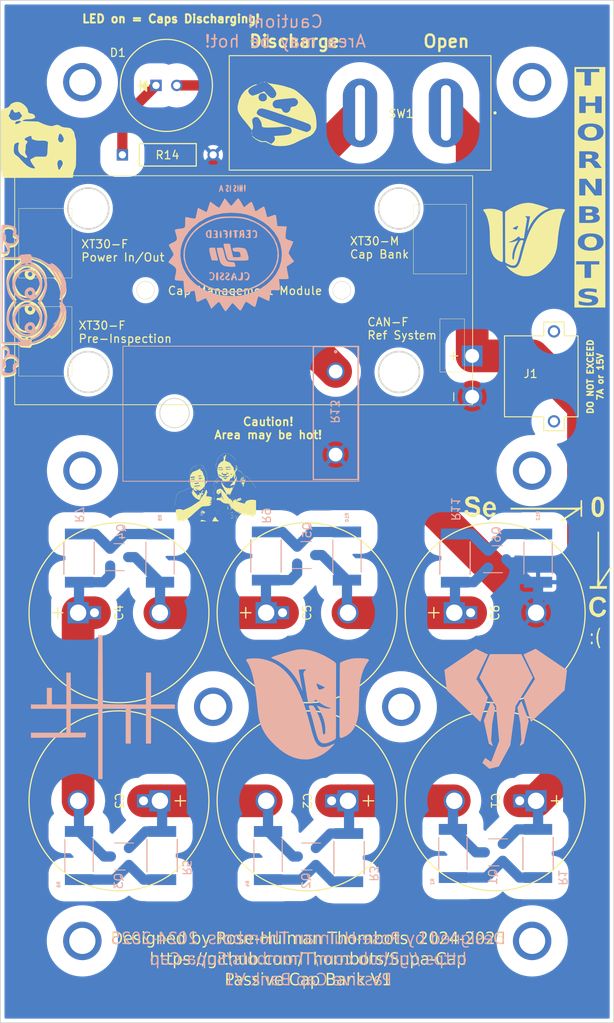
<source format=kicad_pcb>
(kicad_pcb (version 20240108) (generator "pcbnew") (generator_version "8.0")
  (title_block (title "Supercapacitor Bank v1") (rev "1.0") (company "Rose-Hulman Institute of Technology") (comment 1 "1/26/2025 Initial Release"))
  (layers (0 "F.Cu" signal) (31 "B.Cu" signal) (34 "B.Paste" user) (35 "F.Paste" user) (36 "B.SilkS" user "B.Silkscreen") (37 "F.SilkS" user "F.Silkscreen") (38 "B.Mask" user) (39 "F.Mask" user) (44 "Edge.Cuts" user))
  (net 0 "")
  (net 1 "V_15")
  (net 2 "Net-(C1--)")
  (net 3 "Net-(C2--)")
  (net 4 "Net-(C3--)")
  (net 5 "Net-(C4--)")
  (net 6 "Net-(C5--)")
  (net 7 "GND")
  (net 8 "Net-(D1-K)")
  (net 9 "Net-(D1-A)")
  (net 10 "Net-(Q1-B)")
  (net 11 "Net-(Q2-B)")
  (net 12 "Net-(Q3-B)")
  (net 13 "Net-(Q4-B)")
  (net 14 "Net-(Q5-B)")
  (net 15 "Net-(Q6-B)")
  (footprint "PassiveBankV1:MountingHole_3.2mm_M3" (layer "F.Cu") (at 60 60)
    (property "Reference" "REF**" (hide yes))
    (property "Value" "MountingHole_3.2mm_M3" (hide yes))
    (pad "" np_thru_hole circle (at 0.02 0) (size 4.7 4.7) (drill 3.2) (layers "F&B.Cu" "*.Mask") (clearance 2))
  )
  (footprint "PassiveBankV1:MountingHole_3.2mm_M3" (layer "F.Cu") (at 115 60)
    (property "Reference" "REF**" (hide yes))
    (property "Value" "MountingHole_3.2mm_M3" (hide yes))
    (pad "" np_thru_hole circle (at 0.02 0) (size 4.7 4.7) (drill 3.2) (layers "F&B.Cu" "*.Mask") (clearance 2))
  )
  (footprint "PassiveBankV1:100F Kyocera Cap" (layer "F.Cu") (at 110.5 147.872041 180)
    (property "Reference" "C1" (at 0 0 -90) (layer "F.SilkS"))
    (property "Value" "100F")
    (pad "1" thru_hole rect (at -5 0 180) (size 2.6002 2.6002) (drill 2) (layers "*.Cu" "*.Mask") (net 1 "V_15"))
    (pad "1" thru_hole rect (at -3 0 180) (size 1.6002 1.6002) (drill 1.0922) (layers "*.Cu" "*.Mask") (net 1 "V_15"))
    (pad "2" thru_hole circle (at 5 0 180) (size 2.6002 2.6002) (drill 2) (layers "*.Cu" "*.Mask") (net 2 "Net-(C1--)"))
  )
  (footprint "PassiveBankV1:680 Resistor" (layer "F.Cu") (at 70.358 68.834)
    (property "Reference" "R14" (at 0.0668 0.0775 0) (layer "F.SilkS"))
    (property "Value" "680")
    (pad "1" thru_hole rect (at -5.44437 0.0475) (size 1.397 1.397) (drill 0.889) (layers "*.Cu" "*.Mask") (net 8 "Net-(D1-K)"))
    (pad "2" thru_hole circle (at 5.65797 0.0475) (size 1.397 1.397) (drill 0.889) (layers "*.Cu" "*.Mask") (net 7 "GND"))
  )
  (footprint "PassiveBankV1:100F Kyocera Cap" (layer "F.Cu") (at 87.5 124.872041)
    (property "Reference" "C5" (at 0 0 90) (layer "F.SilkS"))
    (property "Value" "100F")
    (pad "1" thru_hole rect (at -5 0) (size 2.6002 2.6002) (drill 2) (layers "*.Cu" "*.Mask") (net 5 "Net-(C4--)"))
    (pad "1" thru_hole rect (at -3 0) (size 1.6002 1.6002) (drill 1.0922) (layers "*.Cu" "*.Mask") (net 5 "Net-(C4--)"))
    (pad "2" thru_hole circle (at 5 0) (size 2.6002 2.6002) (drill 2) (layers "*.Cu" "*.Mask") (net 6 "Net-(C5--)"))
  )
  (footprint "PassiveBankV1:100F Kyocera Cap" (layer "F.Cu") (at 64.5 147.872041 180)
    (property "Reference" "C3" (at 0 0 -90) (layer "F.SilkS"))
    (property "Value" "100F")
    (pad "1" thru_hole rect (at -5 0 180) (size 2.6002 2.6002) (drill 2) (layers "*.Cu" "*.Mask") (net 3 "Net-(C2--)"))
    (pad "1" thru_hole rect (at -3 0 180) (size 1.6002 1.6002) (drill 1.0922) (layers "*.Cu" "*.Mask") (net 3 "Net-(C2--)"))
    (pad "2" thru_hole circle (at 5 0 180) (size 2.6002 2.6002) (drill 2) (layers "*.Cu" "*.Mask") (net 4 "Net-(C3--)"))
  )
  (footprint "PassiveBankV1:10mm LED" (layer "F.Cu") (at 70.358 60.452)
    (property "Reference" "D1" (at -6.001012 -4.061012 0) (layer "F.SilkS"))
    (property "Value" "10mm_LED")
    (pad "1" thru_hole rect (at -1.331012 -0.061012) (size 1.397 1.397) (drill 0.889) (layers "*.Cu" "*.Mask") (net 8 "Net-(D1-K)"))
    (pad "2" thru_hole circle (at 1.208988 -0.061012) (size 1.397 1.397) (drill 0.889) (layers "*.Cu" "*.Mask") (net 9 "Net-(D1-A)"))
  )
  (footprint "PassiveBankV1:100F Kyocera Cap" (layer "F.Cu") (at 87.5 147.872041 180)
    (property "Reference" "C2" (at 0 0 -90) (layer "F.SilkS"))
    (property "Value" "100F")
    (pad "1" thru_hole rect (at -5 0 180) (size 2.6002 2.6002) (drill 2) (layers "*.Cu" "*.Mask") (net 2 "Net-(C1--)"))
    (pad "1" thru_hole rect (at -3 0 180) (size 1.6002 1.6002) (drill 1.0922) (layers "*.Cu" "*.Mask") (net 2 "Net-(C1--)"))
    (pad "2" thru_hole circle (at 5 0 180) (size 2.6002 2.6002) (drill 2) (layers "*.Cu" "*.Mask") (net 3 "Net-(C2--)"))
  )
  (footprint "PassiveBankV1:100F Kyocera Cap" (layer "F.Cu") (at 64.5 124.872041)
    (property "Reference" "C4" (at 0 0 90) (layer "F.SilkS"))
    (property "Value" "100F")
    (pad "1" thru_hole rect (at -5 0) (size 2.6002 2.6002) (drill 2) (layers "*.Cu" "*.Mask") (net 4 "Net-(C3--)"))
    (pad "1" thru_hole rect (at -3 0) (size 1.6002 1.6002) (drill 1.0922) (layers "*.Cu" "*.Mask") (net 4 "Net-(C3--)"))
    (pad "2" thru_hole circle (at 5 0) (size 2.6002 2.6002) (drill 2) (layers "*.Cu" "*.Mask") (net 5 "Net-(C4--)"))
  )
  (footprint "LOGO" (layer "F.Cu") (at 76.26 108.85626)
    (property "Reference" "G***" (hide yes))
    (property "Value" "LOGO" (hide yes))
  )
  (footprint "PassiveBankV1:MountingHole_3.2mm_M3" (layer "F.Cu") (at 115 165)
    (property "Reference" "REF**" (hide yes))
    (property "Value" "MountingHole_3.2mm_M3" (hide yes))
    (pad "" np_thru_hole circle (at 0.02 0) (size 4.7 4.7) (drill 3.2) (layers "F&B.Cu" "*.Mask") (clearance 2))
  )
  (footprint "PassiveBankV1:MountingHole_3.2mm_M3" (layer "F.Cu") (at 76 136.372041)
    (property "Reference" "REF**" (hide yes))
    (property "Value" "MountingHole_3.2mm_M3" (hide yes))
    (pad "" np_thru_hole circle (at 0.02 0) (size 4.7 4.7) (drill 3.2) (layers "F&B.Cu" "*.Mask") (clearance 2))
  )
  (footprint "PassiveBankV1:SW_RB141C1100" (layer "F.Cu") (at 93.98 63.754)
    (property "Reference" "SW1" (at 5.0136 0.1016 0) (layer "F.SilkS"))
    (property "Value" "SW_Push_Open")
    (pad "1" thru_hole oval (at 10.5 0) (size 4.2 8.4) (drill oval 1.2 6.8) (layers "*.Cu" "*.Mask") (net 1 "V_15"))
    (pad "2" thru_hole oval (at 0 0) (size 4.2 8.4) (drill oval 1.2 6.8) (layers "*.Cu" "*.Mask") (net 9 "Net-(D1-A)"))
  )
  (footprint "PassiveBankV1:100F Kyocera Cap" (layer "F.Cu") (at 110.5 124.872041)
    (property "Reference" "C6" (at 0 0 90) (layer "F.SilkS"))
    (property "Value" "100F")
    (pad "1" thru_hole rect (at -5 0) (size 2.6002 2.6002) (drill 2) (layers "*.Cu" "*.Mask") (net 6 "Net-(C5--)"))
    (pad "1" thru_hole rect (at -3 0) (size 1.6002 1.6002) (drill 1.0922) (layers "*.Cu" "*.Mask") (net 6 "Net-(C5--)"))
    (pad "2" thru_hole circle (at 5 0) (size 2.6002 2.6002) (drill 2) (layers "*.Cu" "*.Mask") (net 7 "GND"))
  )
  (footprint "PassiveBankV1:XT30PW-M" (layer "F.Cu") (at 117.69 95.97 -90)
    (property "Reference" "J1" (at -0.3124 2.8566 0) (layer "F.SilkS"))
    (property "Value" "XT30-Male")
    (pad "N" thru_hole circle (at 2.5 10 270) (size 2.55 2.55) (drill 1.7) (layers "*.Cu" "*.Mask") (net 7 "GND"))
    (pad "P" thru_hole rect (at -2.5 10 270) (size 2.55 2.55) (drill 1.7) (layers "*.Cu" "*.Mask") (net 1 "V_15"))
    (pad "S1" thru_hole circle (at 5.5 0 270) (size 1.508 1.508) (drill 1) (layers "*.Cu" "*.Mask"))
    (pad "S2" thru_hole circle (at -5.5 0 270) (size 1.508 1.508) (drill 1) (layers "*.Cu" "*.Mask"))
  )
  (footprint "PassiveBankV1:MountingHole_3.2mm_M3" (layer "F.Cu") (at 115 107.5)
    (property "Reference" "REF**" (hide yes))
    (property "Value" "MountingHole_3.2mm_M3" (hide yes))
    (pad "" np_thru_hole circle (at 0.02 0) (size 4.7 4.7) (drill 3.2) (layers "F&B.Cu" "*.Mask") (clearance 2))
  )
  (footprint "PassiveBankV1:MountingHole_3.2mm_M3" (layer "F.Cu") (at 60.02 107.5)
    (property "Reference" "REF**" (hide yes))
    (property "Value" "MountingHole_3.2mm_M3" (hide yes))
    (pad "" np_thru_hole circle (at 0.02 0) (size 4.7 4.7) (drill 3.2) (layers "F&B.Cu" "*.Mask") (clearance 2))
  )
  (footprint "PassiveBankV1:10mm RM Logo" (layer "F.Cu") (at 114.046 79.248)
    (property "Reference" "G***" (hide yes))
    (property "Value" "LOGO" (hide yes))
  )
  (footprint "LOGO" (layer "F.Cu") (at 54.711781 66.700456 -90)
    (property "Reference" "G***" (hide yes))
    (property "Value" "LOGO" (hide yes))
  )
  (footprint "LOGO" (layer "F.Cu") (at 83.82 63.754)
    (property "Reference" "G***" (hide yes))
    (property "Value" "LOGO" (hide yes))
  )
  (footprint "PassiveBankV1:MountingHole_3.2mm_M3" (layer "F.Cu") (at 60 165)
    (property "Reference" "REF**" (hide yes))
    (property "Value" "MountingHole_3.2mm_M3" (hide yes))
    (pad "" np_thru_hole circle (at 0.02 0) (size 4.7 4.7) (drill 3.2) (layers "F&B.Cu" "*.Mask") (clearance 2))
  )
  (footprint "LOGO" (layer "F.Cu") (at 116.078 119.634)
    (property "Reference" "G***" (hide yes))
    (property "Value" "LOGO" (hide yes))
  )
  (footprint "PassiveBankV1:MountingHole_3.2mm_M3" (layer "F.Cu") (at 99 136.372041)
    (property "Reference" "REF**" (hide yes))
    (property "Value" "MountingHole_3.2mm_M3" (hide yes))
    (pad "" np_thru_hole circle (at 0.02 0) (size 4.7 4.7) (drill 3.2) (layers "F&B.Cu" "*.Mask") (clearance 2))
  )
  (footprint "LOGO" (layer "F.Cu") (at 53.360779 86.756868 -90)
    (property "Reference" "G***" (hide yes))
    (property "Value" "LOGO" (hide yes))
  )
  (footprint "PassiveBankV1:NPN BJT" (layer "B.Cu") (at 64.4606 154.680241 180)
    (property "Reference" "Q3" (at 0 -3 90) (layer "B.SilkS") (effects (justify mirror)))
    (property "Value" "BC817-40" (hide yes))
    (pad "1" smd roundrect (at -1.25 1.03 180) (size 1 0.6) (layers "B.Cu" "B.Paste" "B.Mask") (net 3 "Net-(C2--)"))
    (pad "2" smd roundrect (at -1.25 -1.03 180) (size 1 0.6) (layers "B.Cu" "B.Paste" "B.Mask") (net 12 "Net-(Q3-B)"))
    (pad "3" smd roundrect (at 0.95 0 180) (size 1 0.6) (layers "B.Cu" "B.Paste" "B.Mask") (net 4 "Net-(C3--)"))
  )
  (footprint "PassiveBankV1:NPN BJT" (layer "B.Cu") (at 87.5346 117.822241)
    (property "Reference" "Q5" (at -0.0152 -3.048 90) (layer "B.SilkS") (effects (justify mirror)))
    (property "Value" "BC817-40" (hide yes))
    (pad "1" smd roundrect (at -1.25 1.03) (size 1 0.6) (layers "B.Cu" "B.Paste" "B.Mask") (net 5 "Net-(C4--)"))
    (pad "2" smd roundrect (at -1.25 -1.03) (size 1 0.6) (layers "B.Cu" "B.Paste" "B.Mask") (net 14 "Net-(Q5-B)"))
    (pad "3" smd roundrect (at 0.95 0) (size 1 0.6) (layers "B.Cu" "B.Paste" "B.Mask") (net 6 "Net-(C5--)"))
  )
  (footprint "PassiveBankV1:20kResistor" (layer "B.Cu") (at 82.4746 117.937841 90)
    (property "Reference" "R9" (at 4.9276 0 -90) (layer "B.SilkS") (effects (justify mirror)))
    (property "Value" "20k")
    (pad "1" smd rect (at -2.9464 0 90) (size 1.3208 3.4544) (layers "B.Cu" "B.Paste" "B.Mask") (net 5 "Net-(C4--)"))
    (pad "2" smd rect (at 2.9464 0 90) (size 1.3208 3.4544) (layers "B.Cu" "B.Paste" "B.Mask") (net 14 "Net-(Q5-B)"))
    (zone (net 0) (net_name "") (layer "B.Cu") (connect_pads (clearance 0)) (min_thickness 0.254)
      (keepout (tracks not_allowed) (vias not_allowed) (pads allowed) (copperpour not_allowed) (footprints allowed))
      (fill (thermal_gap 0.508) (thermal_bridge_width 0.508))
      (polygon (pts (xy 84.151 120.173041) (xy 84.151 115.702641) (xy 80.7982 115.702641) (xy 80.7982 120.173041)))
    )
  )
  (footprint "LOGO" (layer "B.Cu") (at 87.56 136.09 180)
    (property "Reference" "G***" (hide yes))
    (property "Value" "LOGO" (hide yes))
  )
  (footprint "PassiveBankV1:20kResistor" (layer "B.Cu") (at 69.7746 154.564641 -90)
    (property "Reference" "R5" (at 1.47 -3 -90) (layer "B.SilkS") (effects (justify mirror)))
    (property "Value" "20k")
    (pad "1" smd rect (at -2.9464 0 270) (size 1.3208 3.4544) (layers "B.Cu" "B.Paste" "B.Mask") (net 3 "Net-(C2--)"))
    (pad "2" smd rect (at 2.9464 0 270) (size 1.3208 3.4544) (layers "B.Cu" "B.Paste" "B.Mask") (net 12 "Net-(Q3-B)"))
    (zone (net 0) (net_name "") (layer "B.Cu") (connect_pads (clearance 0)) (min_thickness 0.254)
      (keepout (tracks not_allowed) (vias not_allowed) (pads allowed) (copperpour not_allowed) (footprints allowed))
      (fill (thermal_gap 0.508) (thermal_bridge_width 0.508))
      (polygon (pts (xy 68.0982 152.329441) (xy 68.0982 156.799841) (xy 71.451 156.799841) (xy 71.451 152.329441)))
    )
  )
  (footprint "LOGO" (layer "B.Cu") (at 62.23 136.398 180)
    (property "Reference" "G***" (hide yes))
    (property "Value" "LOGO" (hide yes))
  )
  (footprint "LOGO" (layer "B.Cu") (at 77.957742 80.731122 180)
    (property "Reference" "G***" (hide yes))
    (property "Value" "LOGO" (hide yes))
  )
  (footprint "PassiveBankV1:20kResistor" (layer "B.Cu") (at 115.7486 154.310641 -90)
    (property "Reference" "R1" (at 2.9464 -3 -90) (layer "B.SilkS") (effects (justify mirror)))
    (property "Value" "20k")
    (pad "1" smd rect (at -2.9464 0 270) (size 1.3208 3.4544) (layers "B.Cu" "B.Paste" "B.Mask") (net 1 "V_15"))
    (pad "2" smd rect (at 2.9464 0 270) (size 1.3208 3.4544) (layers "B.Cu" "B.Paste" "B.Mask") (net 10 "Net-(Q1-B)"))
    (zone (net 0) (net_name "") (layer "B.Cu") (connect_pads (clearance 0)) (min_thickness 0.254)
      (keepout (tracks not_allowed) (vias not_allowed) (pads allowed) (copperpour not_allowed) (footprints allowed))
      (fill (thermal_gap 0.508) (thermal_bridge_width 0.508))
      (polygon (pts (xy 114.0722 152.075441) (xy 114.0722 156.545841) (xy 117.425 156.545841) (xy 117.425 152.075441)))
    )
  )
  (footprint "PassiveBankV1:20kResistor" (layer "B.Cu") (at 105.5886 118.191841 90)
    (property "Reference" "R11" (at 5.9992 0.0508 -90) (layer "B.SilkS") (effects (justify mirror)))
    (property "Value" "20k")
    (pad "1" smd rect (at -2.9464 0 90) (size 1.3208 3.4544) (layers "B.Cu" "B.Paste" "B.Mask") (net 6 "Net-(C5--)"))
    (pad "2" smd rect (at 2.9464 0 90) (size 1.3208 3.4544) (layers "B.Cu" "B.Paste" "B.Mask") (net 15 "Net-(Q6-B)"))
    (zone (net 0) (net_name "") (layer "B.Cu") (connect_pads (clearance 0)) (min_thickness 0.254)
      (keepout (tracks not_allowed) (vias not_allowed) (pads allowed) (copperpour not_allowed) (footprints allowed))
      (fill (thermal_gap 0.508) (thermal_bridge_width 0.508))
      (polygon (pts (xy 107.265 120.427041) (xy 107.265 115.956641) (xy 103.9122 115.956641) (xy 103.9122 120.427041)))
    )
  )
  (footprint "PassiveBankV1:787Resistor" (layer "B.Cu") (at 92.3806 117.940241 -90)
    (property "Reference" "R10" (at -4.722 0 90) (layer "B.SilkS") (effects (font (size 0.393701 0.393701)) (justify mirror)))
    (property "Value" "7.87k")
    (pad "1" smd rect (at -2.944 0 270) (size 1.33 3.46) (layers "B.Cu" "B.Paste" "B.Mask") (net 14 "Net-(Q5-B)"))
    (pad "2" smd rect (at 2.944 0 270) (size 1.33 3.46) (layers "B.Cu" "B.Paste" "B.Mask") (net 6 "Net-(C5--)"))
  )
  (footprint "PassiveBankV1:NPN BJT" (layer "B.Cu") (at 110.9026 118.330241)
    (property "Reference" "Q6" (at -0.25 -3.03 90) (layer "B.SilkS") (effects (justify mirror)))
    (property "Value" "BC817-40" (hide yes))
    (pad "1" smd roundrect (at -1.25 1.03) (size 1 0.6) (layers "B.Cu" "B.Paste" "B.Mask") (net 6 "Net-(C5--)"))
    (pad "2" smd roundrect (at -1.25 -1.03) (size 1 0.6) (layers "B.Cu" "B.Paste" "B.Mask") (net 15 "Net-(Q6-B)"))
    (pad "3" smd roundrect (at 0.95 0) (size 1 0.6) (layers "B.Cu" "B.Paste" "B.Mask") (net 7 "GND"))
  )
  (footprint "PassiveBankV1:NPN BJT" (layer "B.Cu") (at 64.6746 118.076241)
    (property "Reference" "Q4" (at 0.0864 -3.1036 90) (layer "B.SilkS") (effects (justify mirror)))
    (property "Value" "BC817-40" (hide yes))
    (pad "1" smd roundrect (at -1.25 1.03) (size 1 0.6) (layers "B.Cu" "B.Paste" "B.Mask") (net 4 "Net-(C3--)"))
    (pad "2" smd roundrect (at -1.25 -1.03) (size 1 0.6) (layers "B.Cu" "B.Paste" "B.Mask") (net 13 "Net-(Q4-B)"))
    (pad "3" smd roundrect (at 0.95 0) (size 1 0.6) (layers "B.Cu" "B.Paste" "B.Mask") (net 5 "Net-(C4--)"))
  )
  (footprint "PassiveBankV1:NPN BJT" (layer "B.Cu") (at 87.3206 154.680241 180)
    (property "Reference" "Q2" (at -0.057199 -2.97 90) (layer "B.SilkS") (effects (justify mirror)))
    (property "Value" "BC817-40" (hide yes))
    (pad "1" smd roundrect (at -1.25 1.03 180) (size 1 0.6) (layers "B.Cu" "B.Paste" "B.Mask") (net 2 "Net-(C1--)"))
    (pad "2" smd roundrect (at -1.25 -1.03 180) (size 1 0.6) (layers "B.Cu" "B.Paste" "B.Mask") (net 11 "Net-(Q2-B)"))
    (pad "3" smd roundrect (at 0.95 0 180) (size 1 0.6) (layers "B.Cu" "B.Paste" "B.Mask") (net 3 "Net-(C2--)"))
  )
  (footprint "LOGO" (layer "B.Cu") (at 53.360779 86.756868 90)
    (property "Reference" "G***" (hide yes))
    (property "Value" "LOGO" (hide yes))
  )
  (footprint "PassiveBankV1:20kResistor" (layer "B.Cu") (at 92.6346 154.818641 -90)
    (property "Reference" "R3" (at 1.9464 -3 -90) (layer "B.SilkS") (effects (justify mirror)))
    (property "Value" "20k")
    (pad "1" smd rect (at -2.9464 0 270) (size 1.3208 3.4544) (layers "B.Cu" "B.Paste" "B.Mask") (net 2 "Net-(C1--)"))
    (pad "2" smd rect (at 2.9464 0 270) (size 1.3208 3.4544) (layers "B.Cu" "B.Paste" "B.Mask") (net 11 "Net-(Q2-B)"))
    (zone (net 0) (net_name "") (layer "B.Cu") (connect_pads (clearance 0)) (min_thickness 0.254)
      (keepout (tracks not_allowed) (vias not_allowed) (pads allowed) (copperpour not_allowed) (footprints allowed))
      (fill (thermal_gap 0.508) (thermal_bridge_width 0.508))
      (polygon (pts (xy 90.9582 152.583441) (xy 90.9582 157.053841) (xy 94.311 157.053841) (xy 94.311 152.583441)))
    )
  )
  (footprint "PassiveBankV1:787Resistor" (layer "B.Cu") (at 69.5206 118.194241 -90)
    (property "Reference" "R8" (at -4.93 0 90) (layer "B.SilkS") (effects (font (size 0.393701 0.393701)) (justify mirror)))
    (property "Value" "7.87k")
    (pad "1" smd rect (at -2.944 0 270) (size 1.33 3.46) (layers "B.Cu" "B.Paste" "B.Mask") (net 13 "Net-(Q4-B)"))
    (pad "2" smd rect (at 2.944 0 270) (size 1.33 3.46) (layers "B.Cu" "B.Paste" "B.Mask") (net 5 "Net-(C4--)"))
  )
  (footprint "PassiveBankV1:100Watt2" (layer "B.Cu") (at 90.992 100.456 -90)
    (property "Reference" "R13" (at -0.17 0.12 -90) (layer "B.SilkS") (effects (justify mirror)))
    (property "Value" "2 : 100Watt" (hide yes))
    (pad "1" thru_hole circle (at -5.081 0 270) (size 2.1844 2.1844) (drill 1.6764) (layers "*.Cu" "*.Mask") (net 9 "Net-(D1-A)"))
    (pad "3" thru_hole circle (at 5.079 0 270) (size 2.1844 2.1844) (drill 1.6764) (layers "*.Cu" "*.Mask") (net 7 "GND"))
  )
  (footprint "PassiveBankV1:787Resistor" (layer "B.Cu") (at 115.7486 118.194241 -90)
    (property "Reference" "R12" (at -5.184 0 90) (layer "B.SilkS") (effects (font (size 0.393701 0.393701)) (justify mirror)))
    (property "Value" "7.87k")
    (pad "1" smd rect (at -2.944 0 270) (size 1.33 3.46) (layers "B.Cu" "B.Paste" "B.Mask") (net 15 "Net-(Q6-B)"))
    (pad "2" smd rect (at 2.944 0 270) (size 1.33 3.46) (layers "B.Cu" "B.Paste" "B.Mask") (net 7 "GND"))
  )
  (footprint "PassiveBankV1:20kResistor" (layer "B.Cu") (at 59.6146 118.191841 90)
    (property "Reference" "R7" (at 5.288 0 -90) (layer "B.SilkS") (effects (justify mirror)))
    (property "Value" "20k")
    (pad "1" smd rect (at -2.9464 0 90) (size 1.3208 3.4544) (layers "B.Cu" "B.Paste" "B.Mask") (net 4 "Net-(C3--)"))
    (pad "2" smd rect (at 2.9464 0 90) (size 1.3208 3.4544) (layers "B.Cu" "B.Paste" "B.Mask") (net 13 "Net-(Q4-B)"))
    (zone (net 0) (net_name "") (layer "B.Cu") (connect_pads (clearance 0)) (min_thickness 0.254)
      (keepout (tracks not_allowed) (vias not_allowed) (pads allowed) (copperpour not_allowed) (footprints allowed))
      (fill (thermal_gap 0.508) (thermal_bridge_width 0.508))
      (polygon (pts (xy 61.291 120.427041) (xy 61.291 115.956641) (xy 57.9382 115.956641) (xy 57.9382 120.427041)))
    )
  )
  (footprint "LOGO" (layer "B.Cu") (at 111.79 136.62 180)
    (property "Reference" "G***" (hide yes))
    (property "Value" "LOGO" (hide yes))
  )
  (footprint "PassiveBankV1:787Resistor" (layer "B.Cu") (at 105.3346 154.308241 90)
    (property "Reference" "R2" (at -3.444 -2.500001 90) (layer "B.SilkS") (effects (font (size 0.393701 0.393701)) (justify mirror)))
    (property "Value" "7.87k")
    (pad "1" smd rect (at -2.944 0 90) (size 1.33 3.46) (layers "B.Cu" "B.Paste" "B.Mask") (net 10 "Net-(Q1-B)"))
    (pad "2" smd rect (at 2.944 0 90) (size 1.33 3.46) (layers "B.Cu" "B.Paste" "B.Mask") (net 2 "Net-(C1--)"))
  )
  (footprint "PassiveBankV1:787Resistor" (layer "B.Cu") (at 59.6146 154.562241 90)
    (property "Reference" "R6" (at -3.556 -2.500001 90) (layer "B.SilkS") (effects (font (size 0.393701 0.393701)) (justify mirror)))
    (property "Value" "7.87k")
    (pad "1" smd rect (at -2.944 0 90) (size 1.33 3.46) (layers "B.Cu" "B.Paste" "B.Mask") (net 12 "Net-(Q3-B)"))
    (pad "2" smd rect (at 2.944 0 90) (size 1.33 3.46) (layers "B.Cu" "B.Paste" "B.Mask") (net 4 "Net-(C3--)"))
  )
  (footprint "PassiveBankV1:787Resistor" (layer "B.Cu") (at 82.7286 154.562241 90)
    (property "Reference" "R4" (at -3.444 -2.5 90) (layer "B.SilkS") (effects (font (size 0.393701 0.393701)) (justify mirror)))
    (property "Value" "7.87k")
    (pad "1" smd rect (at -2.944 0 90) (size 1.33 3.46) (layers "B.Cu" "B.Paste" "B.Mask") (net 11 "Net-(Q2-B)"))
    (pad "2" smd rect (at 2.944 0 90) (size 1.33 3.46) (layers "B.Cu" "B.Paste" "B.Mask") (net 3 "Net-(C2--)"))
  )
  (footprint "PassiveBankV1:NPN BJT" (layer "B.Cu") (at 110.1806 154.172241 180)
    (property "Reference" "Q1" (at -0.049999 -3 90) (layer "B.SilkS") (effects (justify mirror)))
    (property "Value" "BC817-40" (hide yes))
    (pad "1" smd roundrect (at -1.25 1.03 180) (size 1 0.6) (layers "B.Cu" "B.Paste" "B.Mask") (net 1 "V_15"))
    (pad "2" smd roundrect (at -1.25 -1.03 180) (size 1 0.6) (layers "B.Cu" "B.Paste" "B.Mask") (net 10 "Net-(Q1-B)"))
    (pad "3" smd roundrect (at 0.95 0 180) (size 1 0.6) (layers "B.Cu" "B.Paste" "B.Mask") (net 2 "Net-(C1--)"))
  )
  (gr_rect (start 64.9796 92.286) (end 93.826 108.796) (stroke (width 0.1)) (fill none) (layer "B.SilkS"))
  (gr_rect (start 52.246 87.438) (end 58.746 95.938) (stroke (width 0.05)) (fill none) (layer "F.SilkS"))
  (gr_rect (start 51.746 71.438) (end 107.746 99.438) (stroke (width 0.1)) (fill none) (layer "F.SilkS"))
  (gr_rect (start 52.246 75.438) (end 58.746 83.938) (stroke (width 0.05)) (fill none) (layer "F.SilkS"))
  (gr_rect (start 100.496 74.938) (end 106.996 83.438) (stroke (width 0.05)) (fill none) (layer "F.SilkS"))
  (gr_rect (start 103.746 88.938) (end 106.746 95.438) (stroke (width 0.05)) (fill none) (layer "F.SilkS"))
  (gr_circle (center 60.746 95.438) (end 63.246 95.438) (stroke (width 0.2)) (fill none) (layer "Edge.Cuts"))
  (gr_circle (center 71.292 100.456) (end 71.292 102.256) (stroke (width 0.1)) (fill none) (layer "Edge.Cuts"))
  (gr_circle (center 98.746 75.438) (end 101.246 75.438) (stroke (width 0.2)) (fill none) (layer "Edge.Cuts"))
  (gr_rect (start 50 50) (end 125 175) (stroke (width 0.1)) (fill none) (layer "Edge.Cuts"))
  (gr_circle (center 91.746 85.438) (end 92.846 85.438) (stroke (width 0.05)) (fill none) (layer "Edge.Cuts"))
  (gr_circle (center 67.746 85.438) (end 68.846 85.438) (stroke (width 0.05)) (fill none) (layer "Edge.Cuts"))
  (gr_circle (center 98.746 95.438) (end 101.246 95.438) (stroke (width 0.2)) (fill none) (layer "Edge.Cuts"))
  (gr_circle (center 60.746 75.438) (end 63.246 75.438) (stroke (width 0.2)) (fill none) (layer "Edge.Cuts"))
  (gr_text "Caution!\nArea may be hot!" (at 84.836 55.88 0) (layer "B.SilkS") (effects (font (size 1.5 1.5) (thickness 0.2) (bold yes)) (justify bottom mirror)))
  (gr_text "Designed by Rose-Hulman Thornbots, 2024-2025\nhttps://github.com/Thornbots/Supa-Cap\nPassive Cap Bank V1" (at 87.63 170.688 0) (layer "B.SilkS") (effects (font (size 1.5 1.4) (thickness 0.1)) (justify bottom mirror)))
  (gr_text "CAN-F\nRef System" (at 94.78 91.53 0) (layer "F.SilkS") (effects (font (size 1 1)) (justify left bottom)))
  (gr_text "XT30-M\nCap Bank" (at 92.66 81.63 0) (layer "F.SilkS") (effects (font (size 1 1)) (justify left bottom)))
  (gr_text "XT30-F\nPower In/Out" (at 59.8 82 0) (layer "F.SilkS") (effects (font (size 1 1)) (justify left bottom)))
  (gr_text "T\nH\nO\nR\nN\nB\nO\nT\nS" (at 120.396 87.63 0) (layer "F.SilkS" knockout) (effects (font (size 2 3) (thickness 0.3) (bold yes)) (justify left bottom)))
  (gr_text "Cap Management Module" (at 70.386 86.088 0) (layer "F.SilkS") (effects (font (size 1 1)) (justify left bottom)))
  (gr_text "LED on = Caps Discharging!" (at 70.866 52.832 0) (layer "F.SilkS") (effects (font (size 1 1) (thickness 0.25) (bold yes)) (justify bottom)))
  (gr_text "XT30-F\nPre-Inspection" (at 59.47 91.95 0) (layer "F.SilkS") (effects (font (size 1 1)) (justify left bottom)))
  (gr_text "Discharge         Open" (at 80.264 55.88 0) (layer "F.SilkS") (effects (font (size 1.5 1.5) (thickness 0.3) (bold yes)) (justify left bottom)))
  (gr_text "Designed by Rose-Hulman Thornbots, 2024-2025\nhttps://github.com/Thornbots/Supa-Cap\nPassive Cap Bank V1" (at 87.63 170.688 0) (layer "F.SilkS") (effects (font (size 1.5 1.4) (thickness 0.1)) (justify bottom)))
  (gr_text "Caution!\nArea may be hot!" (at 82.75 103.71 0) (layer "F.SilkS") (effects (font (size 1 1) (thickness 0.2) (bold yes)) (justify bottom)))
  (gr_text "DO NOT EXCEED\n7A or 15V" (at 123.786 96.009 90) (layer "F.SilkS") (effects (font (size 0.75 0.75) (thickness 0.1875) (bold yes)) (justify bottom)))
  (segment (start 121.3 99.69) (end 115.08 93.47) (width 4) (layer "F.Cu") (net 1))
  (segment (start 107.69 66.964) (end 104.48 63.754) (width 4) (layer "F.Cu") (net 1))
  (segment (start 121.3 142.072041) (end 121.3 99.69) (width 4) (layer "F.Cu") (net 1))
  (segment (start 115.5 147.872041) (end 121.3 142.072041) (width 4) (layer "F.Cu") (net 1))
  (segment (start 107.69 93.47) (end 107.69 66.964) (width 4) (layer "F.Cu") (net 1))
  (segment (start 113.5 147.872041) (end 115.5 147.872041) (width 4) (layer "F.Cu") (net 1))
  (segment (start 115.08 93.47) (end 107.69 93.47) (width 4) (layer "F.Cu") (net 1))
  (segment (start 113.2086 151.364241) (end 115.7486 151.364241) (width 1.25) (layer "B.Cu") (net 1))
  (segment (start 115.7486 151.364241) (end 115.7486 148.120641) (width 1.25) (layer "B.Cu") (net 1))
  (segment (start 111.4306 153.142241) (end 113.2086 151.364241) (width 1.25) (layer "B.Cu") (net 1))
  (segment (start 115.7486 148.120641) (end 115.5 147.872041) (width 1.25) (layer "B.Cu") (net 1))
  (segment (start 90.5 147.872041) (end 92.5 147.872041) (width 4) (layer "F.Cu") (net 2))
  (segment (start 92.5 147.872041) (end 105.5 147.872041) (width 4) (layer "F.Cu") (net 2))
  (segment (start 105.3346 148.037441) (end 105.5 147.872041) (width 1.25) (layer "B.Cu") (net 2))
  (segment (start 92.6346 148.006641) (end 92.5 147.872041) (width 1.25) (layer "B.Cu") (net 2))
  (segment (start 90.3486 151.872241) (end 92.6346 151.872241) (width 1.25) (layer "B.Cu") (net 2))
  (segment (start 105.3346 151.364241) (end 105.3346 148.037441) (width 1.25) (layer "B.Cu") (net 2))
  (segment (start 108.1426 154.172241) (end 105.3346 151.364241) (width 1.25) (layer "B.Cu") (net 2))
  (segment (start 109.2306 154.172241) (end 108.1426 154.172241) (width 1.25) (layer "B.Cu") (net 2))
  (segment (start 88.5706 153.650241) (end 90.3486 151.872241) (width 1.25) (layer "B.Cu") (net 2))
  (segment (start 92.6346 151.872241) (end 92.6346 148.006641) (width 1.25) (layer "B.Cu") (net 2))
  (segment (start 67.5 147.872041) (end 69.5 147.872041) (width 4) (layer "F.Cu") (net 3))
  (segment (start 69.5 147.872041) (end 82.5 147.872041) (width 4) (layer "F.Cu") (net 3))
  (segment (start 85.7906 154.680241) (end 82.7286 151.618241) (width 1.25) (layer "B.Cu") (net 3))
  (segment (start 69.7746 151.618241) (end 69.7746 148.146641) (width 1.25) (layer "B.Cu") (net 3))
  (segment (start 69.7746 148.146641) (end 69.5 147.872041) (width 1.25) (layer "B.Cu") (net 3))
  (segment (start 82.7286 148.100641) (end 82.5 147.872041) (width 1.25) (layer "B.Cu") (net 3))
  (segment (start 86.3706 154.680241) (end 85.7906 154.680241) (width 1.25) (layer "B.Cu") (net 3))
  (segment (start 69.7746 151.618241) (end 67.7426 151.618241) (width 1.25) (layer "B.Cu") (net 3))
  (segment (start 67.7426 151.618241) (end 65.7106 153.650241) (width 1.25) (layer "B.Cu") (net 3))
  (segment (start 82.7286 151.618241) (end 82.7286 148.100641) (width 1.25) (layer "B.Cu") (net 3))
  (segment (start 59.5 124.872041) (end 59.5 147.872041) (width 4) (layer "F.Cu") (net 4))
  (segment (start 61.5 124.872041) (end 59.5 124.872041) (width 4) (layer "F.Cu") (net 4))
  (segment (start 59.6146 121.138241) (end 59.6146 124.757441) (width 1.25) (layer "B.Cu") (net 4))
  (segment (start 63.5106 154.680241) (end 62.6766 154.680241) (width 1.25) (layer "B.Cu") (net 4))
  (segment (start 59.6146 121.138241) (end 62.5918 121.138241) (width 1.25) (layer "B.Cu") (net 4))
  (segment (start 62.5918 121.138241) (end 63.4246 120.305441) (width 1.25) (layer "B.Cu") (net 4))
  (segment (start 59.6146 124.757441) (end 59.5 124.872041) (width 1.25) (layer "B.Cu") (net 4))
  (segment (start 59.6146 147.986641) (end 59.5 147.872041) (width 1.25) (layer "B.Cu") (net 4))
  (segment (start 59.6146 151.618241) (end 59.6146 147.986641) (width 1.25) (layer "B.Cu") (net 4))
  (segment (start 63.4246 120.305441) (end 63.4246 119.106241) (width 1.25) (layer "B.Cu") (net 4))
  (segment (start 62.6766 154.680241) (end 59.6146 151.618241) (width 1.25) (layer "B.Cu") (net 4))
  (segment (start 82.5 124.872041) (end 69.5 124.872041) (width 4) (layer "F.Cu") (net 5))
  (segment (start 84.5 124.872041) (end 82.5 124.872041) (width 4) (layer "F.Cu") (net 5))
  (segment (start 85.4518 120.884241) (end 86.2846 120.051441) (width 1.25) (layer "B.Cu") (net 5))
  (segment (start 82.4746 120.884241) (end 85.4518 120.884241) (width 1.25) (layer "B.Cu") (net 5))
  (segment (start 65.6246 118.076241) (end 66.4586 118.076241) (width 1.25) (layer "B.Cu") (net 5))
  (segment (start 69.5206 124.851441) (end 69.5 124.872041) (width 1.25) (layer "B.Cu") (net 5))
  (segment (start 82.4746 120.884241) (end 82.4746 124.846641) (width 1.25) (layer "B.Cu") (net 5))
  (segment (start 69.5206 121.138241) (end 69.5206 124.851441) (width 1.25) (layer "B.Cu") (net 5))
  (segment (start 86.2846 120.051441) (end 86.2846 118.852241) (width 1.25) (layer "B.Cu") (net 5))
  (segment (start 82.4746 124.846641) (end 82.5 124.872041) (width 1.25) (layer "B.Cu") (net 5))
  (segment (start 66.4586 118.076241) (end 69.5206 121.138241) (width 1.25) (layer "B.Cu") (net 5))
  (segment (start 107.5 124.872041) (end 105.5 124.872041) (width 4) (layer "F.Cu") (net 6))
  (segment (start 105.5 124.872041) (end 92.5 124.872041) (width 4) (layer "F.Cu") (net 6))
  (segment (start 107.8746 121.138241) (end 109.6526 119.360241) (width 1.25) (layer "B.Cu") (net 6))
  (segment (start 92.3806 120.884241) (end 92.3806 124.752641) (width 1.25) (layer "B.Cu") (net 6))
  (segment (start 89.3186 117.822241) (end 92.3806 120.884241) (width 1.25) (layer "B.Cu") (net 6))
  (segment (start 105.5886 124.783441) (end 105.5 124.872041) (width 1.25) (layer "B.Cu") (net 6))
  (segment (start 88.4846 117.822241) (end 89.3186 117.822241) (width 1.25) (layer "B.Cu") (net 6))
  (segment (start 105.5886 121.138241) (end 105.5886 124.783441) (width 1.25) (layer "B.Cu") (net 6))
  (segment (start 105.5886 121.138241) (end 107.8746 121.138241) (width 1.25) (layer "B.Cu") (net 6))
  (segment (start 92.3806 124.752641) (end 92.5 124.872041) (width 1.25) (layer "B.Cu") (net 6))
  (segment (start 76.01597 90.55897) (end 76.01597 68.8815) (width 1.25) (layer "F.Cu") (net 7))
  (segment (start 107.69 98.47) (end 100.625 105.535) (width 4) (layer "F.Cu") (net 7))
  (segment (start 115.5 124.872041) (end 100.625 109.997041) (width 4) (layer "F.Cu") (net 7))
  (segment (start 100.625 109.997041) (end 100.625 105.535) (width 4) (layer "F.Cu") (net 7))
  (segment (start 90.992 105.535) (end 76.01597 90.55897) (width 1.25) (layer "F.Cu") (net 7))
  (segment (start 100.625 105.535) (end 90.992 105.535) (width 4) (layer "F.Cu") (net 7))
  (segment (start 115.7486 121.138241) (end 115.7486 124.623441) (width 1.25) (layer "B.Cu") (net 7))
  (segment (start 115.7486 124.623441) (end 115.5 124.872041) (width 1.25) (layer "B.Cu") (net 7))
  (segment (start 114.6606 121.138241) (end 111.8526 118.330241) (width 1.25) (layer "B.Cu") (net 7))
  (segment (start 115.7486 121.138241) (end 114.6606 121.138241) (width 1.25) (layer "B.Cu") (net 7))
  (segment (start 64.91363 68.8815) (end 64.91363 64.504346) (width 1.25) (layer "F.Cu") (net 8))
  (segment (start 64.91363 64.504346) (end 69.026988 60.390988) (width 1.25) (layer "F.Cu") (net 8))
  (segment (start 78.911194 60.390988) (end 88.127103 69.606897) (width 1.25) (layer "F.Cu") (net 9))
  (segment (start 88.127103 92.510103) (end 88.127103 69.606897) (width 4) (layer "F.Cu") (net 9))
  (segment (start 71.566988 60.390988) (end 78.911194 60.390988) (width 1.25) (layer "F.Cu") (net 9))
  (segment (start 90.992 95.375) (end 88.127103 92.510103) (width 4) (layer "F.Cu") (net 9))
  (segment (start 88.127103 69.606897) (end 93.98 63.754) (width 4) (layer "F.Cu") (net 9))
  (segment (start 105.3346 157.252241) (end 109.3806 157.252241) (width 1.25) (layer "B.Cu") (net 10))
  (segment (start 115.7486 157.257041) (end 113.4854 157.257041) (width 1.25) (layer "B.Cu") (net 10))
  (segment (start 113.4854 157.257041) (end 111.4306 155.202241) (width 1.25) (layer "B.Cu") (net 10))
  (segment (start 109.3806 157.252241) (end 111.4306 155.202241) (width 1.25) (layer "B.Cu") (net 10))
  (segment (start 88.5706 155.710241) (end 86.7746 157.506241) (width 1.25) (layer "B.Cu") (net 11))
  (segment (start 92.6346 157.765041) (end 90.6254 157.765041) (width 1.25) (layer "B.Cu") (net 11))
  (segment (start 90.6254 157.765041) (end 88.5706 155.710241) (width 1.25) (layer "B.Cu") (net 11))
  (segment (start 86.7746 157.506241) (end 82.7286 157.506241) (width 1.25) (layer "B.Cu") (net 11))
  (segment (start 69.7746 157.511041) (end 67.5114 157.511041) (width 1.25) (layer "B.Cu") (net 12))
  (segment (start 67.5114 157.511041) (end 65.7106 155.710241) (width 1.25) (layer "B.Cu") (net 12))
  (segment (start 59.6146 157.506241) (end 63.9146 157.506241) (width 1.25) (layer "B.Cu") (net 12))
  (segment (start 63.9146 157.506241) (end 65.7106 155.710241) (width 1.25) (layer "B.Cu") (net 12))
  (segment (start 61.6238 115.245441) (end 63.4246 117.046241) (width 1.25) (layer "B.Cu") (net 13))
  (segment (start 59.6146 115.245441) (end 61.6238 115.245441) (width 1.25) (layer "B.Cu") (net 13))
  (segment (start 65.2206 115.250241) (end 69.5206 115.250241) (width 1.25) (layer "B.Cu") (net 13))
  (segment (start 63.4246 117.046241) (end 65.2206 115.250241) (width 1.25) (layer "B.Cu") (net 13))
  (segment (start 84.4838 114.991441) (end 82.4746 114.991441) (width 1.25) (layer "B.Cu") (net 14))
  (segment (start 86.2846 116.792241) (end 84.4838 114.991441) (width 1.25) (layer "B.Cu") (net 14))
  (segment (start 88.0806 114.996241) (end 92.3806 114.996241) (width 1.25) (layer "B.Cu") (net 14))
  (segment (start 86.2846 116.792241) (end 88.0806 114.996241) (width 1.25) (layer "B.Cu") (net 14))
  (segment (start 107.5978 115.245441) (end 109.6526 117.300241) (width 1.25) (layer "B.Cu") (net 15))
  (segment (start 105.5886 115.245441) (end 107.5978 115.245441) (width 1.25) (layer "B.Cu") (net 15))
  (segment (start 115.7486 115.250241) (end 111.7026 115.250241) (width 1.25) (layer "B.Cu") (net 15))
  (segment (start 111.7026 115.250241) (end 109.6526 117.300241) (width 1.25) (layer "B.Cu") (net 15))
  (zone (net 7) (net_name "GND") (layer "B.Cu") (name "Power Resistor Sink") (priority 1) (connect_pads (clearance 2)) (min_thickness 0.25) (fill yes (thermal_gap 0.5) (thermal_bridge_width 0.5) (island_removal_mode 2) (island_area_min 10))
    (polygon (pts (xy 50.038 50.038) (xy 124.968 50.038) (xy 124.968 175.006) (xy 50.038 175.006)))
  )
)
</source>
